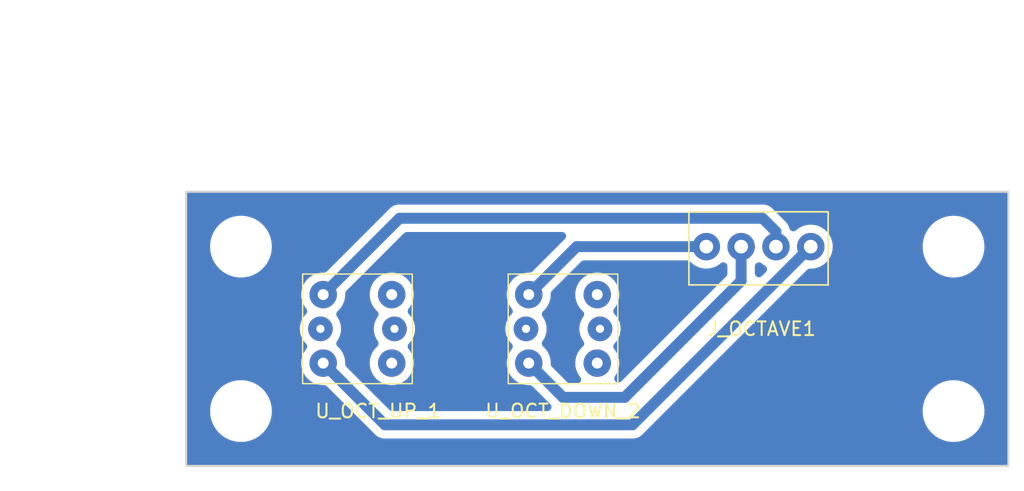
<source format=kicad_pcb>
(kicad_pcb (version 20221018) (generator pcbnew)
  (layers (0 "F.Cu" signal) (31 "B.Cu" signal) (34 "B.Paste" user) (35 "F.Paste" user) (36 "B.SilkS" user "B.Silkscreen") (37 "F.SilkS" user "F.Silkscreen") (38 "B.Mask" user) (39 "F.Mask" user) (44 "Edge.Cuts" user))
  (net 0 "")
  (net 1 "OCT_UP_1")
  (net 2 "OCT_UP_2")
  (net 3 "OCT_DOWN_1")
  (net 4 "OCT_DOWN_2")
  (footprint "MountingHole:MountingHole_4mm" (layer "F.Cu") (at 185 93)
    (fp_text reference "H2" hide)
    (fp_text value "MountingHole")
    (pad "" np_thru_hole circle (at 0 0) (size 4 4) (drill 4) (layers "*.Cu" "*.Mask"))
  )
  (footprint "MountingHole:MountingHole_4mm" (layer "F.Cu") (at 133 105)
    (fp_text reference "H3" hide)
    (fp_text value "MountingHole")
    (pad "" np_thru_hole circle (at 0 0) (size 4 4) (drill 4) (layers "*.Cu" "*.Mask"))
  )
  (footprint "MountingHole:MountingHole_4mm" (layer "F.Cu") (at 133 93)
    (fp_text reference "H4" hide)
    (fp_text value "MountingHole")
    (pad "" np_thru_hole circle (at 0 0) (size 4 4) (drill 4) (layers "*.Cu" "*.Mask"))
  )
  (footprint "Shmoergh_Custom_Footprints:NSL25_01x04_Vertical" (layer "F.Cu") (at 174.58 93 180)
    (fp_text reference "J_OCTAVE1" (at 3.58 -6) (layer "F.SilkS"))
    (fp_text value "Conn_01x04")
    (fp_line (start -1.27 -2.794) (end 8.89 -2.794) (stroke (width 0.12)) (layer "F.SilkS"))
    (fp_line (start -1.27 2.54) (end -1.27 -2.794) (stroke (width 0.12)) (layer "F.SilkS"))
    (fp_line (start 8.89 -2.794) (end 8.89 2.54) (stroke (width 0.12)) (layer "F.SilkS"))
    (fp_line (start 8.89 2.54) (end -1.27 2.54) (stroke (width 0.12)) (layer "F.SilkS"))
    (pad "1" thru_hole circle (at 0 0 180) (size 2 2) (drill 1) (layers "*.Cu" "*.Mask") (net 1 "OCT_UP_1"))
    (pad "2" thru_hole circle (at 2.54 0 180) (size 2 2) (drill 1) (layers "*.Cu" "*.Mask") (net 2 "OCT_UP_2"))
    (pad "3" thru_hole circle (at 5.08 0 180) (size 2 2) (drill 1) (layers "*.Cu" "*.Mask") (net 3 "OCT_DOWN_1"))
    (pad "4" thru_hole circle (at 7.62 0 180) (size 2 2) (drill 1) (layers "*.Cu" "*.Mask") (net 4 "OCT_DOWN_2"))
  )
  (footprint "MountingHole:MountingHole_4mm" (layer "F.Cu") (at 185 105)
    (fp_text reference "H1" hide)
    (fp_text value "MountingHole")
    (pad "" np_thru_hole circle (at 0 0) (size 4 4) (drill 4) (layers "*.Cu" "*.Mask"))
  )
  (footprint "Shmoergh_Custom_Footprints:SPST_Narrow_Circular_Pushbutton_LED" (layer "F.Cu") (at 156.5 99)
    (fp_text reference "U_OCT_DOWN_2" (at 0 6) (layer "F.SilkS"))
    (fp_text value "SW_SPST_Push_LED")
    (fp_rect (start -4 -4) (end 4 4) (stroke (width 0.1)) (fill none) (layer "F.SilkS"))
    (pad "1" thru_hole circle (at -2.5 -2.5) (size 2 2) (drill 0.8) (layers "*.Cu" "*.Mask") (net 4 "OCT_DOWN_2"))
    (pad "2" thru_hole circle (at 2.5 -2.5) (size 2 2) (drill 0.8) (layers "*.Cu" "*.Mask"))
    (pad "3" thru_hole circle (at -2.5 2.5) (size 2 2) (drill 0.8) (layers "*.Cu" "*.Mask") (net 3 "OCT_DOWN_1"))
    (pad "4" thru_hole circle (at 2.5 2.5) (size 2 2) (drill 0.8) (layers "*.Cu" "*.Mask"))
    (pad "L1" thru_hole circle (at -2.7 0) (size 1.8 1.8) (drill 0.6) (layers "*.Cu" "*.Mask"))
    (pad "L2" thru_hole circle (at 2.7 0) (size 1.8 1.8) (drill 0.6) (layers "*.Cu" "*.Mask"))
  )
  (footprint "Shmoergh_Custom_Footprints:SPST_Narrow_Circular_Pushbutton_LED" (layer "F.Cu") (at 141.5 99)
    (fp_text reference "U_OCT_UP_1" (at 1.5 6) (layer "F.SilkS"))
    (fp_text value "SW_SPST_Push_LED")
    (fp_rect (start -4 -4) (end 4 4) (stroke (width 0.1)) (fill none) (layer "F.SilkS"))
    (pad "1" thru_hole circle (at -2.5 -2.5) (size 2 2) (drill 0.8) (layers "*.Cu" "*.Mask") (net 2 "OCT_UP_2"))
    (pad "2" thru_hole circle (at 2.5 -2.5) (size 2 2) (drill 0.8) (layers "*.Cu" "*.Mask"))
    (pad "3" thru_hole circle (at -2.5 2.5) (size 2 2) (drill 0.8) (layers "*.Cu" "*.Mask") (net 1 "OCT_UP_1"))
    (pad "4" thru_hole circle (at 2.5 2.5) (size 2 2) (drill 0.8) (layers "*.Cu" "*.Mask"))
    (pad "L1" thru_hole circle (at -2.7 0) (size 1.8 1.8) (drill 0.6) (layers "*.Cu" "*.Mask"))
    (pad "L2" thru_hole circle (at 2.7 0) (size 1.8 1.8) (drill 0.6) (layers "*.Cu" "*.Mask"))
  )
  (gr_rect (start 129 89) (end 189 109) (stroke (width 0.15)) (fill none) (layer "Edge.Cuts"))
  (segment (start 174.58 93) (end 161.58 106) (width 0.8) (layer "B.Cu") (net 1))
  (segment (start 161.58 106) (end 143.5 106) (width 0.8) (layer "B.Cu") (net 1))
  (segment (start 143.5 106) (end 139 101.5) (width 0.8) (layer "B.Cu") (net 1))
  (segment (start 172.04 93) (end 172.04 91.903) (width 0.8) (layer "B.Cu") (net 2))
  (segment (start 144.568 90.932) (end 139 96.5) (width 0.8) (layer "B.Cu") (net 2))
  (segment (start 171.069 90.932) (end 144.568 90.932) (width 0.8) (layer "B.Cu") (net 2))
  (segment (start 172.04 91.903) (end 171.069 90.932) (width 0.8) (layer "B.Cu") (net 2))
  (segment (start 156.5 104) (end 154 101.5) (width 0.8) (layer "B.Cu") (net 3))
  (segment (start 169.5 93) (end 169.5 95.5) (width 0.8) (layer "B.Cu") (net 3))
  (segment (start 161 104) (end 156.5 104) (width 0.8) (layer "B.Cu") (net 3))
  (segment (start 169.5 95.5) (end 161 104) (width 0.8) (layer "B.Cu") (net 3))
  (segment (start 157.5 93) (end 154 96.5) (width 0.8) (layer "B.Cu") (net 4))
  (segment (start 166.96 93) (end 157.5 93) (width 0.8) (layer "B.Cu") (net 4))
  (zone (net 0) (net_name "") (layer "B.Cu") (connect_pads (clearance 0.6)) (min_thickness 0.6) (fill yes (thermal_gap 0.6) (thermal_bridge_width 0.6) (island_removal_mode 1) (island_area_min 10))
    (polygon (pts (xy 129 89) (xy 189 89) (xy 189 109) (xy 129 109)))
  )
)
</source>
